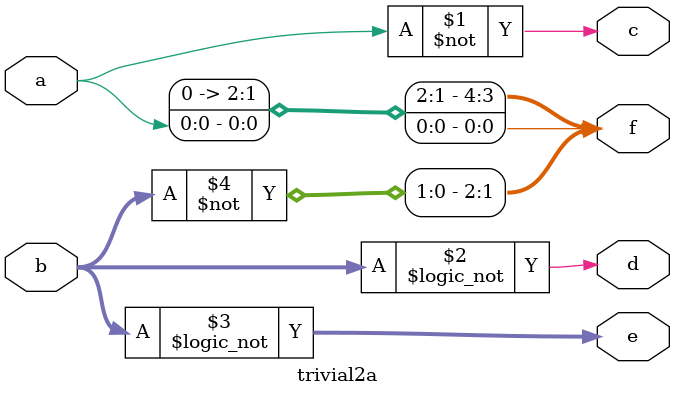
<source format=v>
module trivial2a(input a, input [1:0]b, output c, output d, output [2:0] e, output signed [4:0] f);
assign c = ~a;
assign d = !b;
assign e = !b;
assign f = {~b,a};
endmodule


</source>
